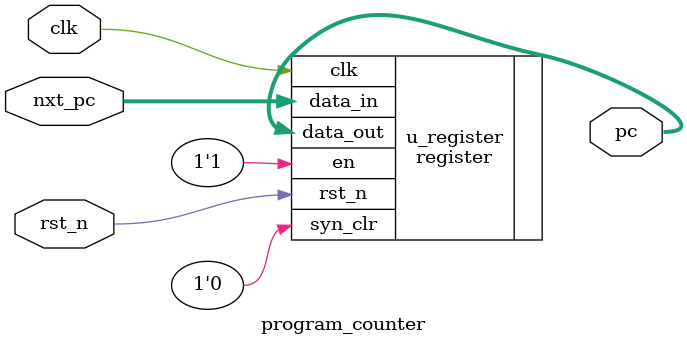
<source format=v>
module program_counter (
   input  wire          clk,
                        rst_n,
   input  wire [31:0]   nxt_pc,
   output wire [31:0]   pc
);

   register #(
      .DATA_W (32)
   ) u_register (
      .clk        (clk     ),
      .rst_n      (rst_n   ),
      .en         (1'b1    ),
      .syn_clr    (1'b0    ),
      .data_in    (nxt_pc  ),
      .data_out   (pc      )
   );

endmodule
</source>
